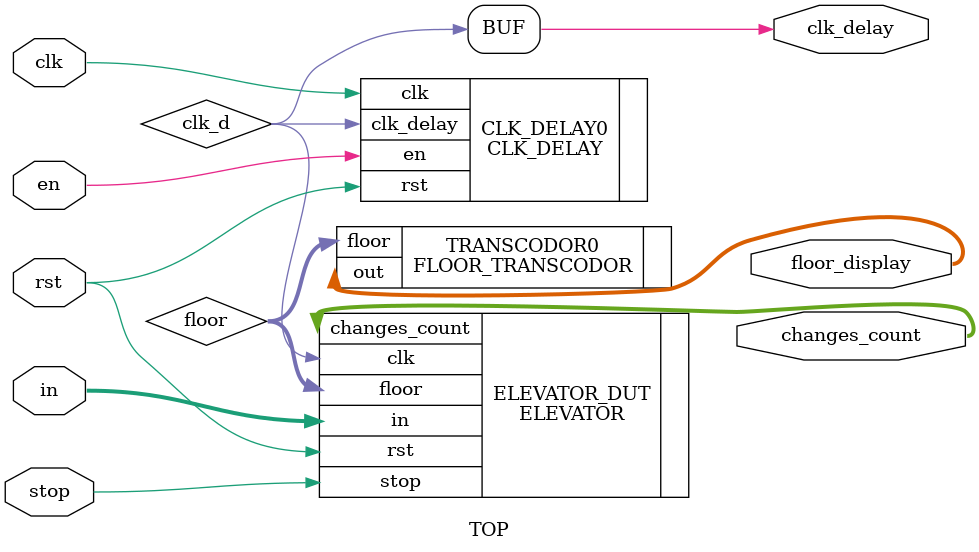
<source format=sv>
`timescale 1ns / 1ps

module TOP(
    input logic clk,
    input logic rst,
    input logic en,
    input logic stop,
    input logic [1:0] in,
    output logic clk_delay,
    output logic [6:0] floor_display,
    output logic [3:0] changes_count
             );

logic clk_d;
logic [1:0] floor;

CLK_DELAY CLK_DELAY0 (
    .clk(clk),       
    .rst(rst),       
    .en(en),        
    .clk_delay(clk_d)          
                      );

ELEVATOR ELEVATOR_DUT(
     .clk(clk_d),          
     .rst(rst),          
     .stop(stop),         
     .in(in),           
     .floor(floor),         
     .changes_count(changes_count) 
                      );

FLOOR_TRANSCODOR TRANSCODOR0 (
    .floor(floor), 
    .out(floor_display)                                                                                                                                                                                                                                                                                                                                                                                   
                              );

assign clk_delay=clk_d;
    
endmodule

</source>
